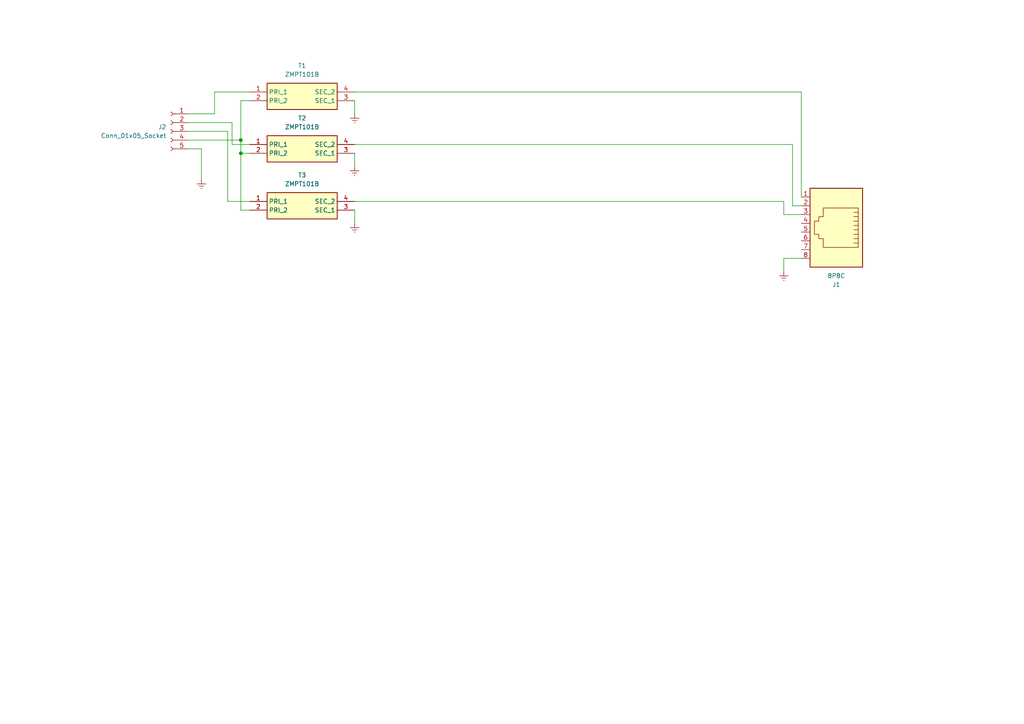
<source format=kicad_sch>
(kicad_sch (version 20230121) (generator eeschema)
  (paper "A4")
  (lib_symbols
    (symbol "Connector:8P8C" (pin_names (offset 1.016))
      (property "Reference" "J" (at -5.08 13.97 0))
      (property "Value" "8P8C" (at 2.54 13.97 0))
      (symbol "8P8C_0_1"
        (polyline (pts (xy -5.08 4.445) (xy -6.35 4.445)))
        (polyline (pts (xy -5.08 5.715) (xy -6.35 5.715)))
        (polyline (pts (xy -6.35 -3.175) (xy -5.08 -3.175) (xy -5.08 -3.175)))
        (polyline (pts (xy -6.35 -1.905) (xy -5.08 -1.905) (xy -5.08 -1.905)))
        (polyline (pts (xy -6.35 -0.635) (xy -5.08 -0.635) (xy -5.08 -0.635)))
        (polyline (pts (xy -6.35 0.635) (xy -5.08 0.635) (xy -5.08 0.635)))
        (polyline (pts (xy -6.35 1.905) (xy -5.08 1.905) (xy -5.08 1.905)))
        (polyline (pts (xy -5.08 3.175) (xy -6.35 3.175) (xy -6.35 3.175)))
        (polyline (pts (xy -6.35 -4.445) (xy -6.35 6.985) (xy 3.81 6.985) (xy 3.81 4.445) (xy 5.08 4.445) (xy 5.08 3.175) (xy 6.35 3.175) (xy 6.35 -0.635) (xy 5.08 -0.635) (xy 5.08 -1.905) (xy 3.81 -1.905) (xy 3.81 -4.445) (xy -6.35 -4.445) (xy -6.35 -4.445)))
        (rectangle (start 7.62 12.7) (end -7.62 -10.16) (stroke (width 0.254)) (fill (type background)))
      )
      (symbol "8P8C_1_1"
        (pin passive line (at 10.16 -7.62 180) (length 2.54) (name "~") (number "1"))
        (pin passive line (at 10.16 -5.08 180) (length 2.54) (name "~") (number "2"))
        (pin passive line (at 10.16 -2.54 180) (length 2.54) (name "~") (number "3"))
        (pin passive line (at 10.16 0 180) (length 2.54) (name "~") (number "4"))
        (pin passive line (at 10.16 2.54 180) (length 2.54) (name "~") (number "5"))
        (pin passive line (at 10.16 5.08 180) (length 2.54) (name "~") (number "6"))
        (pin passive line (at 10.16 7.62 180) (length 2.54) (name "~") (number "7"))
        (pin passive line (at 10.16 10.16 180) (length 2.54) (name "~") (number "8"))
      )
    )
    (symbol "Connector:Conn_01x05_Socket" (pin_names (offset 1.016) hide)
      (property "Reference" "J" (at 0 7.62 0))
      (property "Value" "Conn_01x05_Socket" (at 0 -7.62 0))
      (symbol "Conn_01x05_Socket_1_1"
        (arc (start 0 -4.572) (mid -0.5058 -5.08) (end 0 -5.588) (stroke (width 0.1524)))
        (arc (start 0 -2.032) (mid -0.5058 -2.54) (end 0 -3.048) (stroke (width 0.1524)))
        (polyline (pts (xy -1.27 -5.08) (xy -0.508 -5.08)) (stroke (width 0.1524)))
        (polyline (pts (xy -1.27 -2.54) (xy -0.508 -2.54)) (stroke (width 0.1524)))
        (polyline (pts (xy -1.27 0) (xy -0.508 0)) (stroke (width 0.1524)))
        (polyline (pts (xy -1.27 2.54) (xy -0.508 2.54)) (stroke (width 0.1524)))
        (polyline (pts (xy -1.27 5.08) (xy -0.508 5.08)) (stroke (width 0.1524)))
        (arc (start 0 0.508) (mid -0.5058 0) (end 0 -0.508) (stroke (width 0.1524)))
        (arc (start 0 3.048) (mid -0.5058 2.54) (end 0 2.032) (stroke (width 0.1524)))
        (arc (start 0 5.588) (mid -0.5058 5.08) (end 0 4.572) (stroke (width 0.1524)))
        (pin passive line (at -5.08 5.08 0) (length 3.81) (name "Pin_1") (number "1"))
        (pin passive line (at -5.08 2.54 0) (length 3.81) (name "Pin_2") (number "2"))
        (pin passive line (at -5.08 0 0) (length 3.81) (name "Pin_3") (number "3"))
        (pin passive line (at -5.08 -2.54 0) (length 3.81) (name "Pin_4") (number "4"))
        (pin passive line (at -5.08 -5.08 0) (length 3.81) (name "Pin_5") (number "5"))
      )
    )
    (symbol "Enerwize:ZMPT101B"
      (property "Reference" "T" (at 26.67 7.62 0))
      (property "Value" "ZMPT101B" (at 26.67 5.08 0))
      (symbol "ZMPT101B_1_1"
        (rectangle (start 5.08 2.54) (end 25.4 -5.08) (stroke (width 0.254)) (fill (type background)))
        (pin passive line (at 0 0 0) (length 5.08) (name "PRI_1") (number "1"))
        (pin passive line (at 0 -2.54 0) (length 5.08) (name "PRI_2") (number "2"))
        (pin passive line (at 30.48 -2.54 180) (length 5.08) (name "SEC_1") (number "3"))
        (pin passive line (at 30.48 0 180) (length 5.08) (name "SEC_2") (number "4"))
      )
    )
    (symbol "power:Earth" (power) (pin_names (offset 0))
      (symbol "Earth_0_1"
        (polyline (pts (xy -0.635 -1.905) (xy 0.635 -1.905)))
        (polyline (pts (xy -0.127 -2.54) (xy 0.127 -2.54)))
        (polyline (pts (xy 0 -1.27) (xy 0 0)))
        (polyline (pts (xy 1.27 -1.27) (xy -1.27 -1.27)))
      )
      (symbol "Earth_1_1"
        (pin power_in line (at 0 0 270) (length 0) hide (name "Earth") (number "1"))
      )
    )
  )
  (junction (at 69.85 40.64))
  (junction (at 69.85 44.45))
  (wire (pts (xy 54.61 33.02) (xy 62.23 33.02)))
  (wire (pts (xy 66.04 58.42) (xy 72.39 58.42)))
  (wire (pts (xy 54.61 35.56) (xy 67.31 35.56)))
  (wire (pts (xy 69.85 44.45) (xy 69.85 60.96)))
  (wire (pts (xy 102.87 26.67) (xy 232.41 26.67)))
  (wire (pts (xy 54.61 40.64) (xy 69.85 40.64)))
  (wire (pts (xy 102.87 60.96) (xy 102.87 64.77)))
  (wire (pts (xy 102.87 58.42) (xy 227.33 58.42)))
  (wire (pts (xy 69.85 40.64) (xy 69.85 44.45)))
  (wire (pts (xy 102.87 44.45) (xy 102.87 48.26)))
  (wire (pts (xy 66.04 38.1) (xy 66.04 58.42)))
  (wire (pts (xy 229.87 41.91) (xy 229.87 59.69)))
  (wire (pts (xy 232.41 26.67) (xy 232.41 57.15)))
  (wire (pts (xy 102.87 29.21) (xy 102.87 33.02)))
  (wire (pts (xy 54.61 43.18) (xy 58.42 43.18)))
  (wire (pts (xy 69.85 44.45) (xy 72.39 44.45)))
  (wire (pts (xy 62.23 26.67) (xy 72.39 26.67)))
  (wire (pts (xy 227.33 78.74) (xy 227.33 74.93)))
  (wire (pts (xy 102.87 41.91) (xy 229.87 41.91)))
  (wire (pts (xy 69.85 29.21) (xy 72.39 29.21)))
  (wire (pts (xy 69.85 60.96) (xy 72.39 60.96)))
  (wire (pts (xy 54.61 38.1) (xy 66.04 38.1)))
  (wire (pts (xy 227.33 62.23) (xy 232.41 62.23)))
  (wire (pts (xy 227.33 74.93) (xy 232.41 74.93)))
  (wire (pts (xy 229.87 59.69) (xy 232.41 59.69)))
  (wire (pts (xy 227.33 58.42) (xy 227.33 62.23)))
  (wire (pts (xy 58.42 43.18) (xy 58.42 52.07)))
  (wire (pts (xy 69.85 40.64) (xy 69.85 29.21)))
  (wire (pts (xy 67.31 35.56) (xy 67.31 41.91)))
  (wire (pts (xy 62.23 33.02) (xy 62.23 26.67)))
  (wire (pts (xy 67.31 41.91) (xy 72.39 41.91)))
  (symbol (lib_id "Enerwize:ZMPT101B") (at 72.39 26.67 0) (unit 1)
    (property "Reference" "T1" (at 87.63 19.05 0))
    (property "Value" "ZMPT101B" (at 87.63 21.59 0))
    (property "Footprint" "Enerwize:ZMPT101B" (effects hide))
    (property "Height" "18.8" (effects hide))
    (property "Manufacturer_Name" "Qingxian Zeming Langxi Electronic" (effects hide))
    (property "Manufacturer_Part_Number" "ZMPT101B" (effects hide))
  )
  (symbol (lib_id "Connector:Conn_01x05_Socket") (at 49.53 38.1 0) (mirror y) (unit 1)
    (property "Reference" "J2" (at 48.26 36.83 0) (effects (justify left)))
    (property "Value" "Conn_01x05_Socket" (at 48.26 39.37 0) (effects (justify left)))
    (property "Footprint" "Connector_Wago:Wago_734-135_1x05_P3.50mm_Vertical" (effects hide))
  )
  (symbol (lib_id "power:Earth") (at 102.87 33.02 0) (unit 1)
    (property "Reference" "#PWR04" (effects hide))
    (property "Value" "Earth" (effects hide))
  )
  (symbol (lib_id "power:Earth") (at 102.87 48.26 0) (unit 1)
    (property "Reference" "#PWR03" (effects hide))
    (property "Value" "Earth" (effects hide))
  )
  (symbol (lib_id "Enerwize:ZMPT101B") (at 72.39 58.42 0) (unit 1)
    (property "Reference" "T3" (at 87.63 50.8 0))
    (property "Value" "ZMPT101B" (at 87.63 53.34 0))
    (property "Footprint" "Enerwize:ZMPT101B" (effects hide))
    (property "Height" "18.8" (effects hide))
    (property "Manufacturer_Name" "Qingxian Zeming Langxi Electronic" (effects hide))
    (property "Manufacturer_Part_Number" "ZMPT101B" (effects hide))
  )
  (symbol (lib_id "power:Earth") (at 58.42 52.07 0) (unit 1)
    (property "Reference" "#PWR01" (effects hide))
    (property "Value" "Earth" (effects hide))
  )
  (symbol (lib_id "Enerwize:ZMPT101B") (at 72.39 41.91 0) (unit 1)
    (property "Reference" "T2" (at 87.63 34.29 0))
    (property "Value" "ZMPT101B" (at 87.63 36.83 0))
    (property "Footprint" "Enerwize:ZMPT101B" (effects hide))
    (property "Height" "18.8" (effects hide))
    (property "Manufacturer_Name" "Qingxian Zeming Langxi Electronic" (effects hide))
    (property "Manufacturer_Part_Number" "ZMPT101B" (effects hide))
  )
  (symbol (lib_id "power:Earth") (at 227.33 78.74 0) (unit 1)
    (property "Reference" "#PWR05" (effects hide))
    (property "Value" "Earth" (effects hide))
  )
  (symbol (lib_id "Connector:8P8C") (at 242.57 64.77 180) (unit 1)
    (property "Reference" "J1" (at 242.57 82.55 0))
    (property "Value" "8P8C" (at 242.57 80.01 0))
  )
  (symbol (lib_id "power:Earth") (at 102.87 64.77 0) (unit 1)
    (property "Reference" "#PWR02" (effects hide))
    (property "Value" "Earth" (effects hide))
  )
)
</source>
